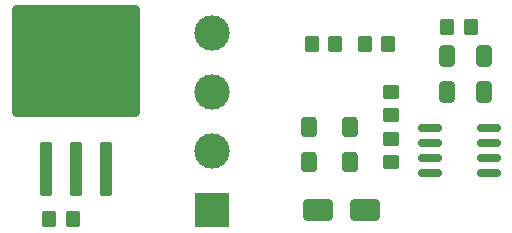
<source format=gts>
G04 #@! TF.GenerationSoftware,KiCad,Pcbnew,8.0.2-8.0.2-0~ubuntu22.04.1*
G04 #@! TF.CreationDate,2024-05-02T22:53:01+03:00*
G04 #@! TF.ProjectId,blink-timer,626c696e-6b2d-4746-996d-65722e6b6963,rev?*
G04 #@! TF.SameCoordinates,Original*
G04 #@! TF.FileFunction,Soldermask,Top*
G04 #@! TF.FilePolarity,Negative*
%FSLAX46Y46*%
G04 Gerber Fmt 4.6, Leading zero omitted, Abs format (unit mm)*
G04 Created by KiCad (PCBNEW 8.0.2-8.0.2-0~ubuntu22.04.1) date 2024-05-02 22:53:01*
%MOMM*%
%LPD*%
G01*
G04 APERTURE LIST*
G04 Aperture macros list*
%AMRoundRect*
0 Rectangle with rounded corners*
0 $1 Rounding radius*
0 $2 $3 $4 $5 $6 $7 $8 $9 X,Y pos of 4 corners*
0 Add a 4 corners polygon primitive as box body*
4,1,4,$2,$3,$4,$5,$6,$7,$8,$9,$2,$3,0*
0 Add four circle primitives for the rounded corners*
1,1,$1+$1,$2,$3*
1,1,$1+$1,$4,$5*
1,1,$1+$1,$6,$7*
1,1,$1+$1,$8,$9*
0 Add four rect primitives between the rounded corners*
20,1,$1+$1,$2,$3,$4,$5,0*
20,1,$1+$1,$4,$5,$6,$7,0*
20,1,$1+$1,$6,$7,$8,$9,0*
20,1,$1+$1,$8,$9,$2,$3,0*%
G04 Aperture macros list end*
%ADD10RoundRect,0.250000X-0.450000X0.350000X-0.450000X-0.350000X0.450000X-0.350000X0.450000X0.350000X0*%
%ADD11RoundRect,0.250000X-0.412500X-0.650000X0.412500X-0.650000X0.412500X0.650000X-0.412500X0.650000X0*%
%ADD12RoundRect,0.250000X0.350000X0.450000X-0.350000X0.450000X-0.350000X-0.450000X0.350000X-0.450000X0*%
%ADD13RoundRect,0.250000X0.400000X0.600000X-0.400000X0.600000X-0.400000X-0.600000X0.400000X-0.600000X0*%
%ADD14RoundRect,0.250000X0.412500X0.650000X-0.412500X0.650000X-0.412500X-0.650000X0.412500X-0.650000X0*%
%ADD15RoundRect,0.250000X0.300000X-2.050000X0.300000X2.050000X-0.300000X2.050000X-0.300000X-2.050000X0*%
%ADD16RoundRect,0.250002X5.149998X-4.449998X5.149998X4.449998X-5.149998X4.449998X-5.149998X-4.449998X0*%
%ADD17RoundRect,0.250000X-0.350000X-0.450000X0.350000X-0.450000X0.350000X0.450000X-0.350000X0.450000X0*%
%ADD18RoundRect,0.150000X-0.825000X-0.150000X0.825000X-0.150000X0.825000X0.150000X-0.825000X0.150000X0*%
%ADD19RoundRect,0.250000X-0.400000X-0.600000X0.400000X-0.600000X0.400000X0.600000X-0.400000X0.600000X0*%
%ADD20RoundRect,0.250000X1.000000X0.650000X-1.000000X0.650000X-1.000000X-0.650000X1.000000X-0.650000X0*%
%ADD21R,3.000000X3.000000*%
%ADD22C,3.000000*%
G04 APERTURE END LIST*
D10*
X132715000Y-108000000D03*
X132715000Y-110000000D03*
D11*
X137437500Y-105000000D03*
X140562500Y-105000000D03*
D12*
X139500000Y-102500000D03*
X137500000Y-102500000D03*
D13*
X129250000Y-114000000D03*
X125750000Y-114000000D03*
D12*
X105775000Y-118745000D03*
X103775000Y-118745000D03*
D14*
X140562500Y-108000000D03*
X137437500Y-108000000D03*
D15*
X103505000Y-114575000D03*
X106045000Y-114575000D03*
D16*
X106045000Y-105425000D03*
D15*
X108585000Y-114575000D03*
D17*
X126000000Y-104000000D03*
X128000000Y-104000000D03*
X130500000Y-104000000D03*
X132500000Y-104000000D03*
D18*
X136025000Y-111095000D03*
X136025000Y-112365000D03*
X136025000Y-113635000D03*
X136025000Y-114905000D03*
X140975000Y-114905000D03*
X140975000Y-113635000D03*
X140975000Y-112365000D03*
X140975000Y-111095000D03*
D19*
X125750000Y-111000000D03*
X129250000Y-111000000D03*
D10*
X132715000Y-112000000D03*
X132715000Y-114000000D03*
D20*
X130500000Y-118000000D03*
X126500000Y-118000000D03*
D21*
X117567500Y-118000000D03*
D22*
X117567500Y-113000000D03*
X117567500Y-108000000D03*
X117567500Y-103000000D03*
M02*

</source>
